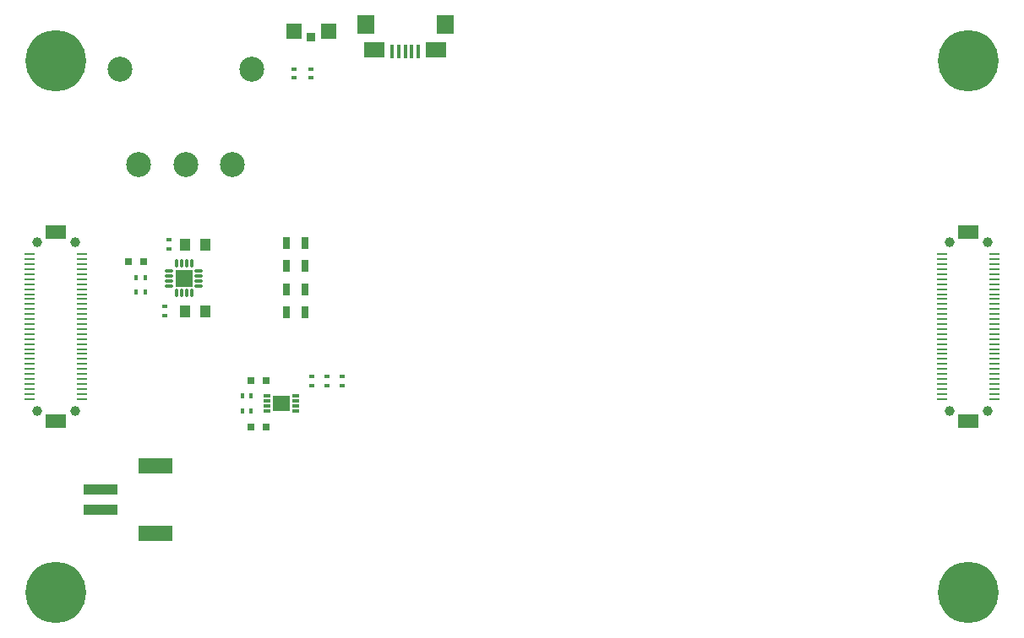
<source format=gts>
G04 #@! TF.FileFunction,Soldermask,Top*
%FSLAX46Y46*%
G04 Gerber Fmt 4.6, Leading zero omitted, Abs format (unit mm)*
G04 Created by KiCad (PCBNEW (2015-04-19 BZR 5613)-product) date 7/15/2015 9:57:49 PM*
%MOMM*%
G01*
G04 APERTURE LIST*
%ADD10C,0.100000*%
%ADD11O,6.100000X6.100000*%
%ADD12R,2.100000X1.400000*%
%ADD13R,1.000000X0.250000*%
%ADD14C,1.000000*%
%ADD15R,0.800000X0.750000*%
%ADD16R,1.000000X1.250000*%
%ADD17R,1.500000X1.500000*%
%ADD18R,0.900000X0.900000*%
%ADD19R,3.500000X1.000000*%
%ADD20R,3.400000X1.500000*%
%ADD21R,0.600000X0.400000*%
%ADD22R,0.400000X0.600000*%
%ADD23R,0.700000X1.300000*%
%ADD24C,2.500000*%
%ADD25O,0.280000X0.850000*%
%ADD26O,0.850000X0.280000*%
%ADD27R,1.700000X1.700000*%
%ADD28R,0.700000X0.300000*%
%ADD29R,1.750000X1.630000*%
%ADD30R,0.400000X1.350000*%
%ADD31R,1.800000X1.900000*%
%ADD32R,2.100000X1.600000*%
G04 APERTURE END LIST*
D10*
D11*
X93980000Y-134620000D03*
X93980000Y-81280000D03*
X185420000Y-81280000D03*
X185420000Y-134620000D03*
D12*
X93980000Y-117450000D03*
D13*
X91330000Y-100700000D03*
X91330000Y-101200000D03*
X91330000Y-101700000D03*
X91330000Y-102200000D03*
X91330000Y-102700000D03*
X91330000Y-103200000D03*
X91330000Y-103700000D03*
X91330000Y-104200000D03*
X91330000Y-104700000D03*
X91330000Y-105200000D03*
X91330000Y-105700000D03*
X91330000Y-106200000D03*
X91330000Y-106700000D03*
X91330000Y-107200000D03*
X91330000Y-107700000D03*
X91330000Y-108200000D03*
X91330000Y-108700000D03*
X91330000Y-109200000D03*
X91330000Y-109700000D03*
X91330000Y-110200000D03*
X91330000Y-110700000D03*
X91330000Y-111200000D03*
X91330000Y-111700000D03*
X91330000Y-112200000D03*
X91330000Y-112700000D03*
X91330000Y-113200000D03*
X91330000Y-113700000D03*
X91330000Y-114200000D03*
X91330000Y-114700000D03*
X91330000Y-115200000D03*
X96630000Y-100700000D03*
X96630000Y-101200000D03*
X96630000Y-101700000D03*
X96630000Y-102200000D03*
X96630000Y-102700000D03*
X96630000Y-103200000D03*
X96630000Y-103700000D03*
X96630000Y-104200000D03*
X96630000Y-104700000D03*
X96630000Y-105200000D03*
X96630000Y-105700000D03*
X96630000Y-106200000D03*
X96630000Y-106700000D03*
X96630000Y-107200000D03*
X96630000Y-107700000D03*
X96630000Y-108200000D03*
X96630000Y-108700000D03*
X96630000Y-109200000D03*
X96630000Y-109700000D03*
X96630000Y-110200000D03*
X96630000Y-110700000D03*
X96630000Y-111200000D03*
X96630000Y-111700000D03*
X96630000Y-112200000D03*
X96630000Y-112700000D03*
X96630000Y-113200000D03*
X96630000Y-113700000D03*
X96630000Y-114200000D03*
X96630000Y-114700000D03*
X96630000Y-115200000D03*
D12*
X93980000Y-98450000D03*
D14*
X92080000Y-99450000D03*
X92080000Y-116450000D03*
D12*
X185420000Y-117450000D03*
D13*
X182770000Y-100700000D03*
X182770000Y-101200000D03*
X182770000Y-101700000D03*
X182770000Y-102200000D03*
X182770000Y-102700000D03*
X182770000Y-103200000D03*
X182770000Y-103700000D03*
X182770000Y-104200000D03*
X182770000Y-104700000D03*
X182770000Y-105200000D03*
X182770000Y-105700000D03*
X182770000Y-106200000D03*
X182770000Y-106700000D03*
X182770000Y-107200000D03*
X182770000Y-107700000D03*
X182770000Y-108200000D03*
X182770000Y-108700000D03*
X182770000Y-109200000D03*
X182770000Y-109700000D03*
X182770000Y-110200000D03*
X182770000Y-110700000D03*
X182770000Y-111200000D03*
X182770000Y-111700000D03*
X182770000Y-112200000D03*
X182770000Y-112700000D03*
X182770000Y-113200000D03*
X182770000Y-113700000D03*
X182770000Y-114200000D03*
X182770000Y-114700000D03*
X182770000Y-115200000D03*
X188070000Y-100700000D03*
X188070000Y-101200000D03*
X188070000Y-101700000D03*
X188070000Y-102200000D03*
X188070000Y-102700000D03*
X188070000Y-103200000D03*
X188070000Y-103700000D03*
X188070000Y-104200000D03*
X188070000Y-104700000D03*
X188070000Y-105200000D03*
X188070000Y-105700000D03*
X188070000Y-106200000D03*
X188070000Y-106700000D03*
X188070000Y-107200000D03*
X188070000Y-107700000D03*
X188070000Y-108200000D03*
X188070000Y-108700000D03*
X188070000Y-109200000D03*
X188070000Y-109700000D03*
X188070000Y-110200000D03*
X188070000Y-110700000D03*
X188070000Y-111200000D03*
X188070000Y-111700000D03*
X188070000Y-112200000D03*
X188070000Y-112700000D03*
X188070000Y-113200000D03*
X188070000Y-113700000D03*
X188070000Y-114200000D03*
X188070000Y-114700000D03*
X188070000Y-115200000D03*
D12*
X185420000Y-98450000D03*
D14*
X183520000Y-99450000D03*
X183520000Y-116450000D03*
X187320000Y-99450000D03*
X187320000Y-116450000D03*
X95880000Y-99450000D03*
X95880000Y-116450000D03*
D15*
X102769100Y-101473000D03*
X101269100Y-101473000D03*
D16*
X106943650Y-106432350D03*
X108943650Y-106432350D03*
D15*
X113550000Y-113334800D03*
X115050000Y-113334800D03*
X113550000Y-118008400D03*
X115050000Y-118008400D03*
D16*
X106943650Y-99714050D03*
X108943650Y-99714050D03*
D17*
X121333200Y-78295500D03*
X117833200Y-78295500D03*
D18*
X119583200Y-78945500D03*
D19*
X98437600Y-124310900D03*
D20*
X103987600Y-121960900D03*
X103987600Y-128660900D03*
D19*
X98437600Y-126310900D03*
D21*
X104914700Y-106837900D03*
X104914700Y-105937900D03*
D22*
X112643500Y-114935000D03*
X113543500Y-114935000D03*
X102939000Y-104457500D03*
X102039000Y-104457500D03*
X112643500Y-116446300D03*
X113543500Y-116446300D03*
D23*
X118945700Y-101879400D03*
X117045700Y-101879400D03*
D21*
X117830600Y-83000000D03*
X117830600Y-82100000D03*
X119583200Y-83000000D03*
X119583200Y-82100000D03*
D23*
X118945700Y-99542600D03*
X117045700Y-99542600D03*
X118945700Y-104216200D03*
X117045700Y-104216200D03*
X118945700Y-106527600D03*
X117045700Y-106527600D03*
D24*
X113584800Y-82153800D03*
X100384800Y-82153800D03*
X111684800Y-91683800D03*
X106984800Y-91683800D03*
X102284800Y-91683800D03*
D25*
X106063350Y-104592650D03*
X106563350Y-104592650D03*
X107063350Y-104592650D03*
X107563350Y-104592650D03*
D26*
X108288350Y-103867650D03*
X108288350Y-103367650D03*
X108288350Y-102867650D03*
X108288350Y-102367650D03*
D25*
X107563350Y-101642650D03*
X107063350Y-101642650D03*
X106563350Y-101642650D03*
X106063350Y-101642650D03*
D26*
X105338350Y-102367650D03*
X105338350Y-102867650D03*
X105338350Y-103367650D03*
X105338350Y-103867650D03*
D27*
X106813350Y-103117650D03*
D28*
X115123300Y-114934300D03*
X115123300Y-115434300D03*
X115123300Y-115934300D03*
X115123300Y-116434300D03*
X118023300Y-114934300D03*
X118023300Y-115434300D03*
X118023300Y-115934300D03*
X118023300Y-116434300D03*
D29*
X116573300Y-115684300D03*
D30*
X127706600Y-80322800D03*
X128356600Y-80322800D03*
X129656600Y-80322800D03*
X130306600Y-80322800D03*
D31*
X125006600Y-77647800D03*
D32*
X125906600Y-80197800D03*
X132106600Y-80197800D03*
D31*
X133006600Y-77647800D03*
D30*
X129006600Y-80322800D03*
D21*
X105289350Y-100125950D03*
X105289350Y-99225950D03*
D22*
X102939000Y-103022400D03*
X102039000Y-103022400D03*
D21*
X122707400Y-112986400D03*
X122707400Y-113886400D03*
X119608600Y-112986400D03*
X119608600Y-113886400D03*
X121158000Y-112986400D03*
X121158000Y-113886400D03*
M02*

</source>
